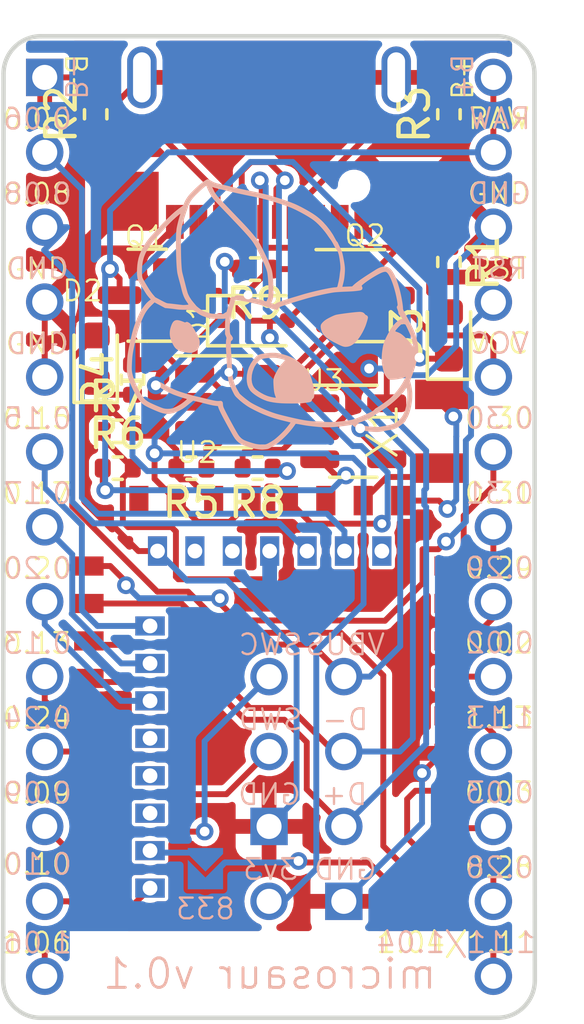
<source format=kicad_pcb>
(kicad_pcb (version 20221018) (generator pcbnew)
  (layers (0 "F.Cu" signal) (31 "B.Cu" signal) (34 "B.Paste" user) (35 "F.Paste" user) (36 "B.SilkS" user "B.Silkscreen") (37 "F.SilkS" user "F.Silkscreen") (38 "B.Mask" user) (39 "F.Mask" user) (44 "Edge.Cuts" user))
  (net 0 "")
  (net 1 "GND")
  (net 2 "RESET")
  (net 3 "/P0.02")
  (net 4 "/P0.29")
  (net 5 "/P0.30")
  (net 6 "/P0.31")
  (net 7 "/P0.10")
  (net 8 "/P0.09")
  (net 9 "VBUS")
  (net 10 "VBAT")
  (net 11 "DATA+")
  (net 12 "DATA-")
  (net 13 "/P1.13")
  (net 14 "/P1.11")
  (net 15 "/P0.20")
  (net 16 "/P0.13")
  (net 17 "/P0.15")
  (net 18 "/P0.17")
  (net 19 "/P0.22")
  (net 20 "/P0.24")
  (net 21 "WHITE_LED")
  (net 22 "/P0.03")
  (net 23 "/P0.28")
  (net 24 "/P0.00")
  (net 25 "/P0.01")
  (net 26 "/P1.06")
  (net 27 "/P1.04")
  (net 28 "SWC")
  (net 29 "SWD")
  (net 30 "POWER_PIN")
  (net 31 "/P0.26")
  (net 32 "DCCH")
  (net 33 "CC2")
  (net 34 "CC1")
  (net 35 "EXT_VCC")
  (net 36 "Net-(D1-K)")
  (net 37 "/P1.00")
  (net 38 "/P1.02")
  (net 39 "/P0.12")
  (net 40 "Net-(D2-K)")
  (net 41 "BATTERY_PIN")
  (net 42 "Net-(D3-K)")
  (net 45 "nRF_VDD")
  (net 46 "/P0.07")
  (net 47 "/P0.08")
  (net 48 "PROG")
  (net 49 "/P0.06")
  (net 50 "Net-(U3-PROG)")
  (net 51 "Net-(U3-STAT)")
  (footprint "nrfmicro:pro_micro" (layer "F.Cu") (at 27.7216 36.51)
    (fp_text reference "U4")
    (fp_text value "ProMicro" hide)
  )
  (footprint "nrfmicro:E73-2G4M08S1C-52840" (layer "F.Cu") (at 27.72 33.97 -90)
    (fp_text reference "U1" hide)
    (fp_text value "E73-2G4M08S1C" hide)
  )
  (footprint "Package_TO_SOT_SMD:SOT-23" (layer "F.Cu") (at 30.9956 27.4)
    (fp_text reference "Q2")
    (fp_text value "AO3407")
  )
  (footprint "Diode_SMD:D_SOD-323F" (layer "F.Cu") (at 27.2456 28.25)
    (fp_text reference "D1")
    (fp_text value "1N5819")
  )
  (footprint "Resistor_SMD:R_0402_1005Metric" (layer "F.Cu") (at 22.5825 33.25)
    (fp_text reference "R6")
    (fp_text value "820K")
  )
  (footprint "Resistor_SMD:R_0402_1005Metric" (layer "F.Cu") (at 22.5825 32)
    (fp_text reference "R7")
    (fp_text value "2M")
  )
  (footprint "Package_TO_SOT_SMD:SOT-23" (layer "F.Cu") (at 23.5825 27.3845 180)
    (fp_text reference "Q1")
    (fp_text value "AO3407" hide)
  )
  (footprint "Resistor_SMD:R_0402_1005Metric" (layer "F.Cu") (at 23.0825 30.25 90)
    (fp_text reference "R4")
    (fp_text value "1K")
  )
  (footprint "Resistor_SMD:R_0402_1005Metric" (layer "F.Cu") (at 21.8325 21.25 90)
    (fp_text reference "R2")
    (fp_text value "5.1K")
  )
  (footprint "Resistor_SMD:R_0402_1005Metric" (layer "F.Cu") (at 33.8325 21.25 90)
    (fp_text reference "R3")
    (fp_text value "5.1K")
  )
  (footprint "LED_SMD:LED_0603_1608Metric" (layer "F.Cu") (at 21.8325 29.5375 90)
    (fp_text reference "D2")
    (fp_text value "WHITE")
  )
  (footprint "Resistor_SMD:R_0402_1005Metric" (layer "F.Cu") (at 33.8325 26.26 -90)
    (fp_text reference "R1")
    (fp_text value "100K")
  )
  (footprint "Package_TO_SOT_SMD:SOT-23-5" (layer "F.Cu") (at 30.5825 32)
    (fp_text reference "U3")
    (fp_text value "TP4054")
  )
  (footprint "Resistor_SMD:R_0402_1005Metric" (layer "F.Cu") (at 25.0825 33.25 180)
    (fp_text reference "R5")
    (fp_text value "10K")
  )
  (footprint "Resistor_SMD:R_0402_1005Metric" (layer "F.Cu") (at 27.2456 26.5 180)
    (fp_text reference "R9")
    (fp_text value "2M")
  )
  (footprint "nrfmicro:connector_bat" (layer "F.Cu") (at 27.7216 20 180)
    (fp_text reference "J3")
    (fp_text value "Conn_01x02")
  )
  (footprint "nrfmicro:connector_swd" (layer "F.Cu") (at 27.7216 47.94 180)
    (fp_text reference "J2" hide)
    (fp_text value "Conn_01x04")
  )
  (footprint "Package_TO_SOT_SMD:SOT-23-5" (layer "F.Cu") (at 26.3325 31)
    (fp_text reference "U2")
    (fp_text value "XC6220B331MR")
  )
  (footprint "nrfmicro:connector_usb" (layer "F.Cu") (at 30.2616 47.94 180)
    (fp_text reference "J4" hide)
    (fp_text value "Conn_01x04")
  )
  (footprint "custom:Q13FC1350000400" (layer "F.Cu") (at 33.5825 32 90)
    (fp_text reference "X1")
    (fp_text value "32768kHz")
  )
  (footprint "Resistor_SMD:R_0402_1005Metric" (layer "F.Cu") (at 27.3325 33.25 180)
    (fp_text reference "R8")
    (fp_text value "1K")
  )
  (footprint "LED_SMD:LED_0603_1608Metric" (layer "F.Cu") (at 33.8325 28.75 90)
    (fp_text reference "D3")
    (fp_text value "RED")
  )
  (footprint "custom:GT-USB-7047B" (layer "F.Cu") (at 27.7216 20 180)
    (fp_text reference "J1" hide)
    (fp_text value "USB-C USB 2.0 MC-372" hide)
  )
  (footprint "nrfmicro:Jumper_SMD" (layer "B.Cu") (at 25.5605 46.6318 180)
    (fp_text reference "JP1")
    (fp_text value "SolderJumper_2_Open" hide)
  )
  (footprint "LOGO" (layer "B.Cu") (at 27.832533 28.25 180)
    (fp_text reference "G***" hide)
    (fp_text value "LOGO" hide)
  )
  (gr_line (start 36.737 19.873) (end 36.7497 50.6197) (stroke (width 0.15)) (layer "Edge.Cuts"))
  (gr_line (start 19.973 18.603) (end 35.467 18.603) (stroke (width 0.15)) (layer "Edge.Cuts"))
  (gr_line (start 18.6903 50.6197) (end 18.703 19.873) (stroke (width 0.15)) (layer "Edge.Cuts"))
  (gr_line (start 35.4797 51.8897) (end 19.9603 51.8897) (stroke (width 0.15)) (layer "Edge.Cuts"))
  (gr_arc (start 35.467 18.603) (mid 36.365026 18.974974) (end 36.737 19.873) (stroke (width 0.15)) (layer "Edge.Cuts"))
  (gr_arc (start 18.703 19.873) (mid 19.074974 18.974974) (end 19.973 18.603) (stroke (width 0.15)) (layer "Edge.Cuts"))
  (gr_arc (start 19.9603 51.8897) (mid 19.062274 51.517726) (end 18.6903 50.6197) (stroke (width 0.15)) (layer "Edge.Cuts"))
  (gr_arc (start 36.7497 50.6197) (mid 36.377726 51.517726) (end 35.4797 51.8897) (stroke (width 0.15)) (layer "Edge.Cuts"))
  (gr_text "microsaur v0.1" (at 27.74286 50.4) (layer "B.SilkS") (effects (font (size 1 1) (thickness 0.1)) (justify mirror)))
  (segment (start 31.0716 24.9) (end 31.7716 24.9) (width 0.2) (layer "F.Cu") (net 1))
  (segment (start 22.6616 20.74) (end 23.4016 20) (width 0.2) (layer "F.Cu") (net 1))
  (segment (start 21.5025 31.634817) (end 21.757317 31.38) (width 0.2) (layer "F.Cu") (net 1))
  (segment (start 33.588763 42.92) (end 32.918263 43.5905) (width 0.2) (layer "F.Cu") (net 1))
  (segment (start 25.7583 34.351) (end 25.84 34.351) (width 0.2) (layer "F.Cu") (net 1))
  (segment (start 24.3716 25.210933) (end 23.748033 25.8345) (width 0.2) (layer "F.Cu") (net 1))
  (segment (start 24.5725 33.49) (end 24.7135 33.631) (width 0.2) (layer "F.Cu") (net 1))
  (segment (start 23.933 36.062) (end 23.283552 36.062) (width 0.2) (layer "F.Cu") (net 1))
  (segment (start 23.748033 25.8345) (end 23.746104 25.8345) (width 0.2) (layer "F.Cu") (net 1))
  (segment (start 33.839 42.92) (end 33.588763 42.92) (width 0.2) (layer "F.Cu") (net 1))
  (segment (start 24.7135 33.631) (end 25.0383 33.631) (width 0.2) (layer "F.Cu") (net 1))
  (segment (start 21.757317 31.38) (end 22.4725 31.38) (width 0.2) (layer "F.Cu") (net 1))
  (segment (start 21.0925 20) (end 21.8325 20.74) (width 0.2) (layer "F.Cu") (net 1))
  (segment (start 29.445 32) (end 29.793896 32) (width 0.2) (layer "F.Cu") (net 1))
  (segment (start 23.283552 36.062) (end 21.5025 34.280948) (width 0.2) (layer "F.Cu") (net 1))
  (segment (start 24.5725 33.25) (end 24.5725 32.6264) (width 0.2) (layer "F.Cu") (net 1))
  (segment (start 22.303623 28.0125) (end 23.0825 28.791377) (width 0.2) (layer "F.Cu") (net 1))
  (segment (start 23.9461 32) (end 23.0925 32) (width 0.2) (layer "F.Cu") (net 1))
  (segment (start 29.793896 32) (end 30.582533 31.211363) (width 0.2) (layer "F.Cu") (net 1))
  (segment (start 23.082533 26) (end 22.982533 25.9) (width 0.2) (layer "F.Cu") (net 1))
  (segment (start 22.070971 25.9) (end 21.353205 26.617766) (width 0.2) (layer "F.Cu") (net 1))
  (segment (start 22.982533 25.9) (end 22.070971 25.9) (width 0.2) (layer "F.Cu") (net 1))
  (segment (start 23.580604 26) (end 23.082533 26) (width 0.2) (layer "F.Cu") (net 1))
  (segment (start 31.7716 24.9) (end 32.4716 24.2) (width 0.2) (layer "F.Cu") (net 1))
  (segment (start 23.0825 28.791377) (end 23.0825 29.74) (width 0.2) (layer "F.Cu") (net 1))
  (segment (start 25.0383 33.631) (end 25.7583 34.351) (width 0.2) (layer "F.Cu") (net 1))
  (segment (start 21.8325 20.74) (end 22.6616 20.74) (width 0.2) (layer "F.Cu") (net 1))
  (segment (start 21.5025 34.280948) (end 21.5025 31.634817) (width 0.2) (layer "F.Cu") (net 1))
  (segment (start 20.1016 30.16) (end 20.1016 27.62) (width 0.2) (layer "F.Cu") (net 1))
  (segment (start 21.353205 28.020672) (end 21.361377 28.0125) (width 0.2) (layer "F.Cu") (net 1))
  (segment (start 22.4725 31.38) (end 23.0925 32) (width 0.2) (layer "F.Cu") (net 1))
  (segment (start 20.1016 30.16) (end 20.1016 29.272277) (width 0.2) (layer "F.Cu") (net 1))
  (segment (start 30.582533 30.410945) (end 31.121 29.872478) (width 0.2) (layer "F.Cu") (net 1))
  (segment (start 23.746104 25.8345) (end 23.580604 26) (width 0.2) (layer "F.Cu") (net 1))
  (segment (start 30.582533 31.211363) (end 30.582533 30.410945) (width 0.2) (layer "F.Cu") (net 1))
  (segment (start 24.5725 33.25) (end 24.5725 33.49) (width 0.2) (layer "F.Cu") (net 1))
  (segment (start 24.5725 32.6264) (end 23.9461 32) (width 0.2) (layer "F.Cu") (net 1))
  (segment (start 21.361377 28.0125) (end 22.303623 28.0125) (width 0.2) (layer "F.Cu") (net 1))
  (segment (start 26.7356 26.5) (end 26.4673 26.5) (width 0.2) (layer "F.Cu") (net 1))
  (segment (start 20.1016 29.272277) (end 21.353205 28.020672) (width 0.2) (layer "F.Cu") (net 1))
  (segment (start 21.353205 26.617766) (end 21.353205 28.020672) (width 0.2) (layer "F.Cu") (net 1))
  (segment (start 26.4673 26.5) (end 26.2173 26.25) (width 0.2) (layer "F.Cu") (net 1))
  (segment (start 20.1016 20) (end 21.0925 20) (width 0.2) (layer "F.Cu") (net 1))
  (segment (start 24.3716 24.9) (end 24.3716 25.210933) (width 0.2) (layer "F.Cu") (net 1))
  (via (at 31.121 29.872478) (size 0.6) (drill 0.33) (layers "F.Cu" "B.Cu") (net 1))
  (via (at 23.874982 30.441817) (size 0.6) (drill 0.33) (layers "F.Cu" "B.Cu") (net 1))
  (via (at 26.2173 26.25) (size 0.6) (drill 0.33) (layers "F.Cu" "B.Cu") (net 1))
  (via (at 32.918263 43.5905) (size 0.6) (drill 0.33) (layers "F.Cu" "B.Cu") (net 1))
  (segment (start 31.839048 30.1) (end 33.081062 30.1) (width 0.2) (layer "B.Cu") (net 1))
  (segment (start 34.0796 29.101462) (end 34.0796 26.342) (width 0.2) (layer "B.Cu") (net 1))
  (segment (start 28.6566 44.465) (end 27.7216 45.4) (width 0.2) (layer "B.Cu") (net 1))
  (segment (start 23.933 36.062) (end 24.933 37.062) (width 0.2) (layer "B.Cu") (net 1))
  (segment (start 32.918263 43.5905) (end 32.918263 45.283337) (width 0.2) (layer "B.Cu") (net 1))
  (segment (start 31.121 29.872478) (end 31.611526 29.872478) (width 0.2) (layer "B.Cu") (net 1))
  (segment (start 26.2173 26.25) (end 26.2173 28.099499) (width 0.2) (layer "B.Cu") (net 1))
  (segment (start 28.6566 39.420071) (end 28.6566 44.465) (width 0.2) (layer "B.Cu") (net 1))
  (segment (start 26.2173 28.099499) (end 23.874982 30.441817) (width 0.2) (layer "B.Cu") (net 1))
  (segment (start 31.611526 29.872478) (end 31.839048 30.1) (width 0.2) (layer "B.Cu") (net 1))
  (segment (start 24.933 37.062) (end 26.298529 37.062) (width 0.2) (layer "B.Cu") (net 1))
  (segment (start 33.081062 30.1) (end 34.0796 29.101462) (width 0.2) (layer "B.Cu") (net 1))
  (segment (start 26.298529 37.062) (end 28.6566 39.420071) (width 0.2) (layer "B.Cu") (net 1))
  (segment (start 34.0796 26.342) (end 35.3416 25.08) (width 0.2) (layer "B.Cu") (net 1))
  (segment (start 32.918263 45.283337) (end 30.2616 47.94) (width 0.2) (layer "B.Cu") (net 1))
  (segment (start 31.6607 38.4248) (end 30.2869 38.4248) (width 0.2) (layer "F.Cu") (net 2))
  (segment (start 26.6345 38.4148) (end 26.05 37.8302) (width 0.2) (layer "F.Cu") (net 2))
  (segment (start 32.9365 37.1489) (end 31.6607 38.4248) (width 0.2) (layer "F.Cu") (net 2))
  (segment (start 32.9365 36) (end 32.9365 37.1489) (width 0.2) (layer "F.Cu") (net 2))
  (segment (start 22.8605 37.1029) (end 22.8605 37.2211) (width 0.2) (layer "F.Cu") (net 2))
  (segment (start 26.05 37.8302) (end 26.05 37.662) (width 0.2) (layer "F.Cu") (net 2))
  (segment (start 33.4724 36) (end 32.9365 36) (width 0.2) (layer "F.Cu") (net 2))
  (segment (start 22.3276 36.57) (end 22.8605 37.1029) (width 0.2) (layer "F.Cu") (net 2))
  (segment (start 33.733 35.7393) (end 33.4724 36) (width 0.2) (layer "F.Cu") (net 2))
  (segment (start 30.2769 38.4148) (end 26.6345 38.4148) (width 0.2) (layer "F.Cu") (net 2))
  (segment (start 30.2869 38.4248) (end 30.2769 38.4148) (width 0.2) (layer "F.Cu") (net 2))
  (segment (start 21.601 36.57) (end 22.3276 36.57) (width 0.2) (layer "F.Cu") (net 2))
  (via (at 26.05 37.662) (size 0.6) (drill 0.33) (layers "F.Cu" "B.Cu") (net 2))
  (via (at 33.733 35.7393) (size 0.6) (drill 0.33) (layers "F.Cu" "B.Cu") (net 2))
  (via (at 22.8605 37.2211) (size 0.6) (drill 0.33) (layers "F.Cu" "B.Cu") (net 2))
  (segment (start 34.4066 35.0658) (end 34.4066 32.3127) (width 0.2) (layer "B.Cu") (net 2))
  (segment (start 26.05 37.662) (end 23.3015 37.662) (width 0.2) (layer "B.Cu") (net 2))
  (segment (start 34.5825 30.7232) (end 34.4066 30.5473) (width 0.2) (layer "B.Cu") (net 2))
  (segment (start 23.3015 37.662) (end 22.8605 37.2211) (width 0.2) (layer "B.Cu") (net 2))
  (segment (start 34.4066 30.5473) (end 34.4066 28.555) (width 0.2) (layer "B.Cu") (net 2))
  (segment (start 34.4066 28.555) (end 35.3416 27.62) (width 0.2) (layer "B.Cu") (net 2))
  (segment (start 33.733 35.7393) (end 34.4066 35.0658) (width 0.2) (layer "B.Cu") (net 2))
  (segment (start 34.4066 32.3127) (end 34.5825 32.1368) (width 0.2) (layer "B.Cu") (net 2))
  (segment (start 34.5825 32.1368) (end 34.5825 30.7232) (width 0.2) (layer "B.Cu") (net 2))
  (segment (start 33.899 40.32) (end 33.839 40.38) (width 0.2) (layer "F.Cu") (net 3))
  (segment (start 35.3416 40.32) (end 33.899 40.32) (width 0.2) (layer "F.Cu") (net 3))
  (segment (start 35.3416 38.3237) (end 35.3416 37.78) (width 0.2) (layer "F.Cu") (net 4))
  (segment (start 33.839 39.11) (end 34.5553 39.11) (width 0.2) (layer "F.Cu") (net 4))
  (segment (start 34.5553 39.11) (end 35.3416 38.3237) (width 0.2) (layer "F.Cu") (net 4))
  (segment (start 35.3416 33.8562) (end 35.3416 32.7) (width 0.2) (layer "F.Cu") (net 5))
  (segment (start 33.839 36.57) (end 34.3325 36.0765) (width 0.2) (layer "F.Cu") (net 5))
  (segment (start 34.3325 36.0765) (end 34.3325 34.8653) (width 0.2) (layer "F.Cu") (net 5))
  (segment (start 34.3325 34.8653) (end 35.3416 33.8562) (width 0.2) (layer "F.Cu") (net 5))
  (segment (start 33.839 37.84) (end 33.934 37.84) (width 0.2) (layer "F.Cu") (net 6))
  (segment (start 35.3416 36.4324) (end 35.3416 35.24) (width 0.2) (layer "F.Cu") (net 6))
  (segment (start 33.934 37.84) (end 35.3416 36.4324) (width 0.2) (layer "F.Cu") (net 6))
  (segment (start 21.601 48) (end 21 48) (width 0.2) (layer "F.Cu") (net 7))
  (segment (start 21 48) (end 20.94 47.94) (width 0.2) (layer "F.Cu") (net 7))
  (segment (start 20.94 47.94) (end 20.1016 47.94) (width 0.2) (layer "F.Cu") (net 7))
  (segment (start 21.4316 46.73) (end 21.601 46.73) (width 0.2) (layer "F.Cu") (net 8))
  (segment (start 20.1016 45.4) (end 21.4316 46.73) (width 0.2) (layer "F.Cu") (net 8))
  (segment (start 27.035271 28.25) (end 26.021971 27.2367) (width 0.2) (layer "F.Cu") (net 9))
  (segment (start 30.832 27.05) (end 32.107 25.775) (width 0.2) (layer "F.Cu") (net 9))
  (segment (start 26.021971 27.2367) (end 25.6178 27.2367) (width 0.2) (layer "F.Cu") (net 9))
  (segment (start 30.2616 40.32) (end 29.1744 39.2328) (width 0.2) (layer "F.Cu") (net 9))
  (segment (start 32.8722 25.775) (end 32.107 25.775) (width 0.2) (layer "F.Cu") (net 9))
  (segment (start 25.4716 25.4561) (end 25.4716 24.9) (width 0.2) (layer "F.Cu") (net 9))
  (segment (start 25.4716 26.0122) (end 25.4716 25.4561) (width 0.2) (layer "F.Cu") (net 9))
  (segment (start 33.1599 27.2899) (end 33.8325 27.9625) (width 0.2) (layer "F.Cu") (net 9))
  (segment (start 25.6178 27.2148) (end 25.6178 26.1583) (width 0.2) (layer "F.Cu") (net 9))
  (segment (start 28.3456 28.25) (end 29.5456 27.05) (width 0.2) (layer "F.Cu") (net 9))
  (segment (start 24.7498 37.84) (end 21.601 37.84) (width 0.2) (layer "F.Cu") (net 9))
  (segment (start 24.52 28.3345) (end 24.52 28.3125) (width 0.2) (layer "F.Cu") (net 9))
  (segment (start 33.1599 26.0627) (end 33.1599 27.2899) (width 0.2) (layer "F.Cu") (net 9))
  (segment (start 30.2716 25.3125) (end 30.2716 24.9) (width 0.2) (layer "F.Cu") (net 9))
  (segment (start 25.4716 25.4561) (end 25.1716 25.1561) (width 0.2) (layer "F.Cu") (net 9))
  (segment (start 27.7495 28.833) (end 27.7495 28.25) (width 0.2) (layer "F.Cu") (net 9))
  (segment (start 32.107 25.775) (end 30.3216 25.775) (width 0.2) (layer "F.Cu") (net 9))
  (segment (start 29.9716 25.0125) (end 29.9716 24.9) (width 0.2) (layer "F.Cu") (net 9))
  (segment (start 25.1716 25.1561) (end 25.1716 24.9) (width 0.2) (layer "F.Cu") (net 9))
  (segment (start 27.7495 28.25) (end 28.3456 28.25) (width 0.2) (layer "F.Cu") (net 9))
  (segment (start 33.8075 25.775) (end 32.8722 25.775) (width 0.2) (layer "F.Cu") (net 9))
  (segment (start 24.52 28.3125) (end 25.6178 27.2148) (width 0.2) (layer "F.Cu") (net 9))
  (segment (start 32.8722 25.775) (end 33.1599 26.0627) (width 0.2) (layer "F.Cu") (net 9))
  (segment (start 30.817422 32.047422) (end 31.72 32.95) (width 0.2) (layer "F.Cu") (net 9))
  (segment (start 25.6178 27.2367) (end 24.52 28.3345) (width 0.2) (layer "F.Cu") (net 9))
  (segment (start 30.3216 25.775) (end 30.2716 25.725) (width 0.2) (layer "F.Cu") (net 9))
  (segment (start 29.5456 27.05) (end 30.832 27.05) (width 0.2) (layer "F.Cu") (net 9))
  (segment (start 30.2716 25.725) (end 30.2716 25.3125) (width 0.2) (layer "F.Cu") (net 9))
  (segment (start 30.2716 25.3125) (end 29.9716 25.0125) (width 0.2) (layer "F.Cu") (net 9))
  (segment (start 28.3456 28.25) (end 27.035271 28.25) (width 0.2) (layer "F.Cu") (net 9))
  (segment (start 33.8325 25.75) (end 33.8075 25.775) (width 0.2) (layer "F.Cu") (net 9))
  (segment (start 25.6178 26.1583) (end 25.4716 26.0122) (width 0.2) (layer "F.Cu") (net 9))
  (segment (start 30.817422 31.900945) (end 30.817422 32.047422) (width 0.2) (layer "F.Cu") (net 9))
  (segment (start 29.1744 39.2328) (end 26.1425 39.2328) (width 0.2) (layer "F.Cu") (net 9))
  (segment (start 26.1425 39.2328) (end 24.7498 37.84) (width 0.2) (layer "F.Cu") (net 9))
  (via (at 30.817422 31.900945) (size 0.6) (drill 0.33) (layers "F.Cu" "B.Cu") (net 9))
  (via (at 27.7495 28.833) (size 0.6) (drill 0.3) (layers "F.Cu" "B.Cu") (net 9))
  (segment (start 31.1453 40.32) (end 30.2616 40.32) (width 0.2) (layer "B.Cu") (net 9))
  (segment (start 30.817422 31.900922) (end 27.7495 28.833) (width 0.2) (layer "B.Cu") (net 9))
  (segment (start 32.178 33.261523) (end 32.178 39.2873) (width 0.2) (layer "B.Cu") (net 9))
  (segment (start 30.817422 31.900945) (end 30.817422 31.900922) (width 0.2) (layer "B.Cu") (net 9))
  (segment (start 32.178 39.2873) (end 31.1453 40.32) (width 0.2) (layer "B.Cu") (net 9))
  (segment (start 30.817422 31.900945) (end 32.178 33.261523) (width 0.2) (layer "B.Cu") (net 9))
  (segment (start 22.645 26.8255) (end 22.3195 26.5) (width 0.2) (layer "F.Cu") (net 10))
  (segment (start 30.3325 33.5) (end 29.995 33.5) (width 0.2) (layer "F.Cu") (net 10))
  (segment (start 35.3416 22.54) (end 35.3416 20) (width 0.2) (layer "F.Cu") (net 10))
  (segment (start 29.995 33.5) (end 29.445 32.95) (width 0.2) (layer "F.Cu") (net 10))
  (segment (start 22.645 27.3845) (end 22.645 26.8255) (width 0.2) (layer "F.Cu") (net 10))
  (segment (start 22.0725 33.25) (end 22.0725 33.917) (width 0.2) (layer "F.Cu") (net 10))
  (segment (start 22.0725 33.917) (end 22.1555 34) (width 0.2) (layer "F.Cu") (net 10))
  (via (at 30.3325 33.5) (size 0.6) (drill 0.33) (layers "F.Cu" "B.Cu") (net 10))
  (via (at 22.3195 26.5) (size 0.6) (drill 0.33) (layers "F.Cu" "B.Cu") (net 10))
  (via (at 22.1555 34) (size 0.6) (drill 0.33) (layers "F.Cu" "B.Cu") (net 10))
  (segment (start 22.1555 34) (end 22.1555 26.664) (width 0.2) (layer "B.Cu") (net 10))
  (segment (start 22.1555 26.664) (end 22.3195 26.5) (width 0.2) (layer "B.Cu") (net 10))
  (segment (start 22.3195 26.5) (end 22.3195 24.513) (width 0.2) (layer "B.Cu") (net 10))
  (segment (start 29.8325 34) (end 22.1555 34) (width 0.2) (layer "B.Cu") (net 10))
  (segment (start 30.3325 33.5) (end 29.8325 34) (width 0.2) (layer "B.Cu") (net 10))
  (segment (start 24.2925 22.54) (end 35.3416 22.54) (width 0.2) (layer "B.Cu") (net 10))
  (segment (start 22.3195 24.513) (end 24.2925 22.54) (width 0.2) (layer "B.Cu") (net 10))
  (segment (start 28.2575 23.4094) (end 27.7197 22.8716) (width 0.2) (layer "F.Cu") (net 11))
  (segment (start 28.2425 41.7828) (end 29.0025 42.5428) (width 0.2) (layer "F.Cu") (net 11))
  (segment (start 29.0025 42.5428) (end 29.0025 44.1409) (width 0.2) (layer "F.Cu") (net 11))
  (segment (start 25.6275 40.5028) (end 26.9075 41.7828) (width 0.2) (layer "F.Cu") (net 11))
  (segment (start 21.601 40.38) (end 21.7238 40.5028) (width 0.2) (layer "F.Cu") (net 11))
  (segment (start 27.7197 22.8716) (end 27.1103 22.8716) (width 0.2) (layer "F.Cu") (net 11))
  (segment (start 27.9716 23.7774) (end 27.9716 24.9) (width 0.2) (layer "F.Cu") (net 11))
  (segment (start 28.2575 23.4915) (end 28.2575 23.4094) (width 0.2) (layer "F.Cu") (net 11))
  (segment (start 27.1103 22.8716) (end 26.7932 23.1887) (width 0.2) (layer "F.Cu") (net 11))
  (segment (start 29.0025 44.1409) (end 30.2616 45.4) (width 0.2) (layer "F.Cu") (net 11))
  (segment (start 26.7932 23.7982) (end 26.9716 23.9766) (width 0.2) (layer "F.Cu") (net 11))
  (segment (start 21.7238 40.5028) (end 25.6275 40.5028) (width 0.2) (layer "F.Cu") (net 11))
  (segment (start 26.9075 41.7828) (end 28.2425 41.7828) (width 0.2) (layer "F.Cu") (net 11))
  (segment (start 26.7932 23.1887) (end 26.7932 23.7982) (width 0.2) (layer "F.Cu") (net 11))
  (segment (start 28.2575 23.4915) (end 27.9716 23.7774) (width 0.2) (layer "F.Cu") (net 11))
  (segment (start 26.9716 23.9766) (end 26.9716 24.9) (width 0.2) (layer "F.Cu") (net 11))
  (via (at 28.2575 23.4915) (size 0.6) (drill 0.33) (layers "F.Cu" "B.Cu") (net 11))
  (segment (start 28.0575 23.6915) (end 28.2575 23.4915) (width 0.2) (layer "B.Cu") (net 11))
  (segment (start 33.0575 33.9371) (end 33.0575 32.6568) (width 0.2) (layer "B.Cu") (net 11))
  (segment (start 33.0575 34.5619) (end 32.9937 34.498) (width 0.2) (layer "B.Cu") (net 11))
  (segment (start 33.0575 32.6568) (end 28.0575 27.6568) (width 0.2) (layer "B.Cu") (net 11))
  (segment (start 28.0575 27.6568) (end 28.0575 23.6915) (width 0.2) (layer "B.Cu") (net 11))
  (segment (start 33.0575 42.6041) (end 33.0575 34.5619) (width 0.2) (layer "B.Cu") (net 11))
  (segment (start 30.2616 45.4) (end 33.0575 42.6041) (width 0.2) (layer "B.Cu") (net 11))
  (segment (start 32.9937 34.001) (end 33.0575 33.9371) (width 0.2) (layer "B.Cu") (net 11))
  (segment (start 32.9937 34.498) (end 32.9937 34.001) (width 0.2) (layer "B.Cu") (net 11))
  (segment (start 29.9198 42.86) (end 28.443 41.3833) (width 0.2) (layer "F.Cu") (net 12))
  (segment (start 28.443 41.3833) (end 27.073 41.3833) (width 0.2) (layer "F.Cu") (net 12))
  (segment (start 27.4075 23.4915) (end 27.4716 23.5556) (width 0.2) (layer "F.Cu") (net 12))
  (segment (start 27.073 41.3833) (end 24.9325 39.2428) (width 0.2) (layer "F.Cu") (net 12))
  (segment (start 30.2616 42.86) (end 29.9198 42.86) (width 0.2) (layer "F.Cu") (net 12))
  (segment (start 27.4716 25.7769) (end 28.4716 25.7769) (width 0.2) (layer "F.Cu") (net 12))
  (segment (start 27.4716 23.5556) (end 27.4716 24.9) (width 0.2) (layer "F.Cu") (net 12))
  (segment (start 28.4716 25.7769) (end 28.4716 24.9) (width 0.2) (layer "F.Cu") (net 12))
  (segment (start 21.7338 39.2428) (end 21.601 39.11) (width 0.2) (layer "F.Cu") (net 12))
  (segment (start 27.4716 24.9) (end 27.4716 25.7769) (width 0.2) (layer "F.Cu") (net 12))
  (segment (start 24.9325 39.2428) (end 21.7338 39.2428) (width 0.2) (layer "F.Cu") (net 12))
  (via (at 27.4075 23.4915) (size 0.6) (drill 0.33) (layers "F.Cu" "B.Cu") (net 12))
  (segment (start 32.6075 42.4177) (end 32.6075 32.8432) (width 0.2) (layer "B.Cu") (net 12))
  (segment (start 27.6075 23.6915) (end 27.4075 23.4915) (width 0.2) (layer "B.Cu") (net 12))
  (segment (start 32.6075 32.8432) (end 27.6075 27.8432) (width 0.2) (layer "B.Cu") (net 12))
  (segment (start 32.1652 42.86) (end 32.6075 42.4177) (width 0.2) (layer "B.Cu") (net 12))
  (segment (start 27.6075 27.8432) (end 27.6075 23.6915) (width 0.2) (layer "B.Cu") (net 12))
  (segment (start 30.2616 42.86) (end 32.1652 42.86) (width 0.2) (layer "B.Cu") (net 12))
  (segment (start 34.7398 41.65) (end 33.839 41.65) (width 0.2) (layer "F.Cu") (net 13))
  (segment (start 35.3416 42.86) (end 35.3416 42.2518) (width 0.2) (layer "F.Cu") (net 13))
  (segment (start 35.3416 42.2518) (end 34.7398 41.65) (width 0.2) (layer "F.Cu") (net 13))
  (segment (start 33.839 48) (end 34.014 48) (width 0.2) (layer "F.Cu") (net 14))
  (segment (start 34.014 48) (end 35.3416 49.3276) (width 0.2) (layer "F.Cu") (net 14))
  (segment (start 28.7225 46.5728) (end 28.7725 46.6228) (width 0.2) (layer "F.Cu") (net 14))
  (segment (start 32.4788 48) (end 33.839 48) (width 0.2) (layer "F.Cu") (net 14))
  (segment (start 31.1015 46.6228) (end 32.4788 48) (width 0.2) (layer "F.Cu") (net 14))
  (segment (start 28.7725 46.6228) (end 31.1015 46.6228) (width 0.2) (layer "F.Cu") (net 14))
  (segment (start 35.3416 49.3276) (end 35.3416 50.48) (width 0.2) (layer "F.Cu") (net 14))
  (via (at 28.7225 46.5728) (size 0.6) (drill 0.33) (layers "F.Cu" "B.Cu") (net 14))
  (segment (start 25.5605 47.2903) (end 26.2281 46.6228) (width 0.2) (layer "B.Cu") (net 14))
  (segment (start 26.2281 46.6228) (end 28.6725 46.6228) (width 0.2) (layer "B.Cu") (net 14))
  (segment (start 25.5605 47.4318) (end 25.5605 47.2903) (width 0.2) (layer "B.Cu") (net 14))
  (segment (start 28.6725 46.6228) (end 28.7225 46.5728) (width 0.2) (layer "B.Cu") (net 14))
  (segment (start 23.679 41.142) (end 22.6918 41.142) (width 0.2) (layer "B.Cu") (net 15))
  (segment (start 22.6918 41.142) (end 20.1016 38.5518) (width 0.2) (layer "B.Cu") (net 15))
  (segment (start 20.1016 38.5518) (end 20.1016 37.78) (width 0.2) (layer "B.Cu") (net 15))
  (segment (start 20.1016 41.1318) (end 20.6198 41.65) (width 0.2) (layer "F.Cu") (net 16))
  (segment (start 20.1016 40.32) (end 20.1016 41.1318) (width 0.2) (layer "F.Cu") (net 16))
  (segment (start 20.6198 41.65) (end 21.601 41.65) (width 0.2) (layer "F.Cu") (net 16))
  (segment (start 21.3636 35.1797) (end 21.3636 38.0714) (width 0.2) (layer "B.Cu") (net 17))
  (segment (start 21.3636 38.0714) (end 21.8942 38.602) (width 0.2) (layer "B.Cu") (net 17))
  (segment (start 20.1016 32.7) (end 20.1016 33.9177) (width 0.2) (layer "B.Cu") (net 17))
  (segment (start 20.1016 33.9177) (end 21.3636 35.1797) (width 0.2) (layer "B.Cu") (net 17))
  (segment (start 21.8942 38.602) (end 23.679 38.602) (width 0.2) (layer "B.Cu") (net 17))
  (segment (start 23.679 39.872) (end 22.7018 39.872) (width 0.2) (layer "B.Cu") (net 18))
  (segment (start 21.0168 38.1871) (end 21.0366 38.1673) (width 0.2) (layer "B.Cu") (net 18))
  (segment (start 21.0366 36.175) (end 20.1016 35.24) (width 0.2) (layer "B.Cu") (net 18))
  (segment (start 22.7018 39.872) (end 21.0168 38.1871) (width 0.2) (layer "B.Cu") (net 18))
  (segment (start 21.0366 38.1673) (end 21.0366 36.175) (width 0.2) (layer "B.Cu") (net 18))
  (segment (start 20.1016 42.86) (end 21.541 42.86) (width 0.2) (layer "F.Cu") (net 20))
  (segment (start 21.541 42.86) (end 21.601 42.92) (width 0.2) (layer "F.Cu") (net 20))
  (segment (start 33.839 46.73) (end 32.2698 46.73) (width 0.2) (layer "F.Cu") (net 21))
  (segment (start 31.6025 40.2771) (end 30.1587 38.8333) (width 0.2) (layer "F.Cu") (net 21))
  (segment (start 23.928 37.44) (end 21.0366 34.5486) (width 0.2) (layer "F.Cu") (net 21))
  (segment (start 30.1587 38.8333) (end 26.3672 38.8333) (width 0.2) (layer "F.Cu") (net 21))
  (segment (start 31.6025 46.0628) (end 31.6025 40.2771) (width 0.2) (layer "F.Cu") (net 21))
  (segment (start 26.3672 38.8333) (end 24.9739 37.44) (width 0.2) (layer "F.Cu") (net 21))
  (segment (start 21.0366 29.5459) (end 21.8325 28.75) (width 0.2) (layer "F.Cu") (net 21))
  (segment (start 32.2698 46.73) (end 31.6025 46.0628) (width 0.2) (layer "F.Cu") (net 21))
  (segment (start 21.0366 34.5486) (end 21.0366 29.5459) (width 0.2) (layer "F.Cu") (net 21))
  (segment (start 24.9739 37.44) (end 23.928 37.44) (width 0.2) (layer "F.Cu") (net 21))
  (segment (start 35.2816 45.46) (end 33.839 45.46) (width 0.2) (layer "F.Cu") (net 22))
  (segment (start 35.3416 45.4) (end 35.2816 45.46) (width 0.2) (layer "F.Cu") (net 22))
  (segment (start 35.3416 46.8676) (end 34.579 46.105) (width 0.2) (layer "F.Cu") (net 23))
  (segment (start 35.3416 47.94) (end 35.3416 46.8676) (width 0.2) (layer "F.Cu") (net 23))
  (segment (start 34.579 46.105) (end 32.7348 46.105) (width 0.2) (layer "F.Cu") (net 23))
  (segment (start 32.4125 45.7828) (end 32.4125 44.4728) (width 0.2) (layer "F.Cu") (net 23))
  (segment (start 32.6953 44.19) (end 33.839 44.19) (width 0.2) (layer "F.Cu") (net 23))
  (segment (start 32.7348 46.105) (end 32.4125 45.7828) (width 0.2) (layer "F.Cu") (net 23))
  (segment (start 32.4125 44.4728) (end 32.6953 44.19) (width 0.2) (layer "F.Cu") (net 23))
  (segment (start 33.983 31.5) (end 33.5825 31.0995) (width 0.2) (layer "F.Cu") (net 24))
  (segment (start 33.5825 31.0995) (end 33.5825 30.75) (width 0.2) (layer "F.Cu") (net 24))
  (segment (start 33.7793 34.6344) (end 33.4959 34.351) (width 0.2) (layer "F.Cu") (net 24))
  (segment (start 33.4959 34.351) (end 32.19 34.351) (width 0.2) (layer "F.Cu") (net 24))
  (via (at 33.7793 34.6344) (size 0.6) (drill 0.33) (layers "F.Cu" "B.Cu") (net 24))
  (via (at 33.983 31.5) (size 0.6) (drill 0.33) (layers "F.Cu" "B.Cu") (net 24))
  (segment (start 34.0796 32.1773) (end 34.0825 32.1743) (width 0.2) (layer "B.Cu") (net 24))
  (segment (start 34.0825 32.1743) (end 34.0825 31.5995) (width 0.2) (layer "B.Cu") (net 24))
  (segment (start 33.7793 34.6344) (end 34.0796 34.3341) (width 0.2) (layer "B.Cu") (net 24))
  (segment (start 34.0825 31.5995) (end 33.983 31.5) (width 0.2) (layer "B.Cu") (net 24))
  (segment (start 34.0796 34.3341) (end 34.0796 32.1773) (width 0.2) (layer "B.Cu") (net 24))
  (segment (start 31.721 33.55) (end 33.2825 33.55) (width 0.2) (layer "F.Cu") (net 25))
  (segment (start 33.2825 33.55) (end 33.5825 33.25) (width 0.2) (layer "F.Cu") (net 25))
  (segment (start 30.92 34.351) (end 31.721 33.55) (width 0.2) (layer "F.Cu") (net 25))
  (segment (start 20.1016 49.3741) (end 20.7729 48.7028) (width 0.2) (layer "F.Cu") (net 26))
  (segment (start 20.1016 50.48) (end 20.1016 49.3741) (width 0.2) (layer "F.Cu") (net 26))
  (segment (start 20.7729 48.7028) (end 22.4682 48.7028) (width 0.2) (layer "F.Cu") (net 26))
  (segment (start 22.4682 48.7028) (end 23.679 47.492) (width 0.2) (layer "F.Cu") (net 26))
  (segment (start 25.4225 46.2888) (end 23.7458 46.2888) (width 0.2) (layer "B.Cu") (net 27))
  (segment (start 23.7458 46.2888) (end 23.679 46.222) (width 0.2) (layer "B.Cu") (net 27))
  (segment (start 21.718 45.577) (end 21.601 45.46) (width 0.2) (layer "F.Cu") (net 28))
  (segment (start 25.5325 45.5728) (end 25.5283 45.577) (width 0.2) (layer "F.Cu") (net 28))
  (segment (start 25.5283 45.577) (end 21.718 45.577) (width 0.2) (layer "F.Cu") (net 28))
  (via (at 25.5325 45.5728) (size 0.6) (drill 0.33) (layers "F.Cu" "B.Cu") (net 28))
  (segment (start 25.5325 42.5091) (end 27.7216 40.32) (width 0.2) (layer "B.Cu") (net 28))
  (segment (start 25.5325 45.5728) (end 25.5325 42.5091) (width 0.2) (layer "B.Cu") (net 28))
  (segment (start 26.2746 44.307) (end 27.7216 42.86) (width 0.2) (layer "F.Cu") (net 29))
  (segment (start 21.601 44.19) (end 21.718 44.307) (width 0.2) (layer "F.Cu") (net 29))
  (segment (start 21.718 44.307) (end 26.2746 44.307) (width 0.2) (layer "F.Cu") (net 29))
  (segment (start 28.38 34.351) (end 29.1623 35.1333) (width 0.2) (layer "F.Cu") (net 30))
  (segment (start 27.7556 26.5) (end 30.0081 26.5) (width 0.2) (layer "F.Cu") (net 30))
  (segment (start 27.008 27.2475) (end 27.7556 26.5) (width 0.2) (layer "F.Cu") (net 30))
  (segment (start 27.008 27.3742) (end 27.008 27.2475) (width 0.2) (layer "F.Cu") (net 30))
  (segment (start 29.1623 35.1333) (end 31.5553 35.1333) (width 0.2) (layer "F.Cu") (net 30))
  (segment (start 30.0081 26.5) (end 30.0581 26.45) (width 0.2) (layer "F.Cu") (net 30))
  (via (at 31.5553 35.1333) (size 0.6) (drill 0.3) (layers "F.Cu" "B.Cu") (net 30))
  (via (at 27.008 27.3742) (size 0.6) (drill 0.3) (layers "F.Cu" "B.Cu") (net 30))
  (segment (start 31.5825 35.1333) (end 31.7495 34.9664) (width 0.2) (layer "B.Cu") (net 30))
  (segment (start 31.7495 34.9664) (end 31.7495 33.3987) (width 0.2) (layer "B.Cu") (net 30))
  (segment (start 30.8508 32.5) (end 30.568 32.5) (width 0.2) (layer "B.Cu") (net 30))
  (segment (start 31.5553 35.1333) (end 31.5825 35.1333) (width 0.2) (layer "B.Cu") (net 30))
  (segment (start 31.7495 33.3987) (end 30.8508 32.5) (width 0.2) (layer "B.Cu") (net 30))
  (segment (start 27.008 28.9401) (end 27.008 27.3742) (width 0.2) (layer "B.Cu") (net 30))
  (segment (start 30.568 32.5) (end 27.008 28.9401) (width 0.2) (layer "B.Cu") (net 30))
  (segment (start 23.8365 21.76) (end 21.8325 21.76) (width 0.2) (layer "F.Cu") (net 33))
  (segment (start 25.9716 23.8951) (end 23.8365 21.76) (width 0.2) (layer "F.Cu") (net 33))
  (segment (start 25.9716 24.9) (end 25.9716 23.8951) (width 0.2) (layer "F.Cu") (net 33))
  (segment (start 31.2866 21.76) (end 28.9716 24.075) (width 0.2) (layer "F.Cu") (net 34))
  (segment (start 28.9716 24.075) (end 28.9716 24.9) (width 0.2) (layer "F.Cu") (net 34))
  (segment (start 33.8325 21.76) (end 31.2866 21.76) (width 0.2) (layer "F.Cu") (net 34))
  (segment (start 35.3416 29.0166) (end 35.075 28.75) (width 0.2) (layer "F.Cu") (net 35))
  (segment (start 35.075 28.75) (end 33.2831 28.75) (width 0.2) (layer "F.Cu") (net 35))
  (segment (start 35.3416 30.16) (end 35.3416 29.0166) (width 0.2) (layer "F.Cu") (net 35))
  (segment (start 33.2831 28.75) (end 31.9331 27.4) (width 0.2) (layer "F.Cu") (net 35))
  (segment (start 23.4825 28.6709) (end 24.8616 30.05) (width 0.2) (layer "F.Cu") (net 36))
  (segment (start 26.1575 31.3364) (end 25.5439 31.95) (width 0.2) (layer "F.Cu") (net 36))
  (segment (start 24.8616 30.05) (end 25.195 30.05) (width 0.2) (layer "F.Cu") (net 36))
  (segment (start 25.9784 28.25) (end 25.195 29.0334) (width 0.2) (layer "F.Cu") (net 36))
  (segment (start 25.195 30.05) (end 25.5439 30.05) (width 0.2) (layer "F.Cu") (net 36))
  (segment (start 25.5439 31.95) (end 25.195 31.95) (width 0.2) (layer "F.Cu") (net 36))
  (segment (start 24.52 26.8834) (end 23.4825 27.9209) (width 0.2) (layer "F.Cu") (net 36))
  (segment (start 26.1575 30.6636) (end 26.1575 31.3364) (width 0.2) (layer "F.Cu") (net 36))
  (segment (start 25.195 29.0334) (end 25.195 30.05) (width 0.2) (layer "F.Cu") (net 36))
  (segment (start 24.52 26.4345) (end 24.52 26.8834) (width 0.2) (layer "F.Cu") (net 36))
  (segment (start 23.4825 27.9209) (end 23.4825 28.6709) (width 0.2) (layer "F.Cu") (net 36))
  (segment (start 25.5439 30.05) (end 26.1575 30.6636) (width 0.2) (layer "F.Cu") (net 36))
  (segment (start 26.1456 28.25) (end 25.9784 28.25) (width 0.2) (layer "F.Cu") (net 36))
  (segment (start 22.2675 30.76) (end 21.8325 30.325) (width 0.2) (layer "F.Cu") (net 40))
  (segment (start 23.0825 30.76) (end 22.2675 30.76) (width 0.2) (layer "F.Cu") (net 40))
  (segment (start 22.755 35.071) (end 22.755 33.5875) (width 0.2) (layer "F.Cu") (net 41))
  (segment (start 27.743 36.062) (end 27.743 36.9423) (width 0.2) (layer "F.Cu") (net 41))
  (segment (start 24.558 36.9382) (end 24.558 35.3982) (width 0.2) (layer "F.Cu") (net 41))
  (segment (start 22.0725 32) (end 22.0725 32.23) (width 0.2) (layer "F.Cu") (net 41))
  (segment (start 24.6375 37.0178) (end 24.558 36.9382) (width 0.2) (layer "F.Cu") (net 41))
  (segment (start 22.755 33.5875) (end 23.0925 33.25) (width 0.2) (layer "F.Cu") (net 41))
  (segment (start 22.0725 32.23) (end 23.0925 33.25) (width 0.2) (layer "F.Cu") (net 41))
  (segment (start 24.558 35.3982) (end 24.4098 35.25) (width 0.2) (layer "F.Cu") (net 41))
  (segment (start 27.743 36.9423) (end 27.6675 37.0178) (width 0.2) (layer "F.Cu") (net 41))
  (segment (start 22.934 35.25) (end 22.755 35.071) (width 0.2) (layer "F.Cu") (net 41))
  (segment (start 24.4098 35.25) (end 22.934 35.25) (width 0.2) (layer "F.Cu") (net 41))
  (segment (start 27.6675 37.0178) (end 24.6375 37.0178) (width 0.2) (layer "F.Cu") (net 41))
  (segment (start 33.8325 29.5375) (end 32.870033 29.5375) (width 0.2) (layer "F.Cu") (net 42))
  (segment (start 28.233033 33.25) (end 28.332533 33.3495) (width 0.2) (layer "F.Cu") (net 42))
  (segment (start 32.870033 29.5375) (end 32.832533 29.5) (width 0.2) (layer "F.Cu") (net 42))
  (segment (start 27.8425 33.25) (end 28.233033 33.25) (width 0.2) (layer "F.Cu") (net 42))
  (via (at 32.832533 29.5) (size 0.6) (drill 0.33) (layers "F.Cu" "B.Cu") (net 42))
  (via (at 28.332533 33.3495) (size 0.6) (drill 0.33) (layers "F.Cu" "B.Cu") (net 42))
  (segment (start 23.082533 26.867) (end 27.082533 22.867) (width 0.2) (layer "B.Cu") (net 42))
  (segment (start 23.583471 33.3495) (end 23.082533 32.848562) (width 0.2) (layer "B.Cu") (net 42))
  (segment (start 23.082533 32.848562) (end 23.082533 26.867) (width 0.2) (layer "B.Cu") (net 42))
  (segment (start 32.832533 27.172485) (end 32.832533 29.5) (width 0.2) (layer "B.Cu") (net 42))
  (segment (start 28.527048 22.867) (end 32.832533 27.172485) (width 0.2) (layer "B.Cu") (net 42))
  (segment (start 27.082533 22.867) (end 28.527048 22.867) (width 0.2) (layer "B.Cu") (net 42))
  (segment (start 28.332533 33.3495) (end 23.583471 33.3495) (width 0.2) (layer "B.Cu") (net 42))
  (segment (start 24.57 34.351) (end 23.8325 33.6135) (width 0.2) (layer "F.Cu") (net 45))
  (segment (start 26.357 30) (end 26.407 30.05) (width 0.2) (layer "F.Cu") (net 45))
  (segment (start 26.407 30.05) (end 27.47 30.05) (width 0.2) (layer "F.Cu") (net 45))
  (segment (start 27.47 30.05) (end 28.3581 30.05) (width 0.2) (layer "F.Cu") (net 45))
  (segment (start 28.3581 30.05) (end 30.0581 28.35) (width 0.2) (layer "F.Cu") (net 45))
  (segment (start 25.29 35.071) (end 26.39 35.071) (width 0.2) (layer "F.Cu") (net 45))
  (segment (start 23.8325 33.6135) (end 23.8325 32.75) (width 0.2) (layer "F.Cu") (net 45))
  (segment (start 26.39 35.071) (end 27.11 34.351) (width 0.2) (layer "F.Cu") (net 45))
  (segment (start 24.57 34.351) (end 25.29 35.071) (width 0.2) (layer "F.Cu") (net 45))
  (via (at 26.357 30) (size 0.6) (drill 0.3) (layers "F.Cu" "B.Cu") (net 45))
  (via (at 23.8325 32.75) (size 0.6) (drill 0.33) (layers "F.Cu" "B.Cu") (net 45))
  (segment (start 29.834 32.9) (end 30.5811 32.9) (width 0.2) (layer "B.Cu") (net 45))
  (segment (start 30.9325 33.2515) (end 30.9325 37.8491) (width 0.2) (layer "B.Cu") (net 45))
  (segment (start 30.9325 37.8491) (end 29.3266 39.455) (width 0.2) (layer "B.Cu") (net 45))
  (segment (start 29.3266 46.8407) (end 28.2273 47.94) (width 0.2) (layer "B.Cu") (net 45))
  (segment (start 28.2273 47.94) (end 27.7216 47.94) (width 0.2) (layer "B.Cu") (net 45))
  (segment (start 23.8325 32.75) (end 29.684 32.75) (width 0.2) (layer "B.Cu") (net 45))
  (segment (start 26.357 30) (end 26.0825 30) (width 0.2) (layer "B.Cu") (net 45))
  (segment (start 30.5811 32.9) (end 30.9325 33.2515) (width 0.2) (layer "B.Cu") (net 45))
  (segment (start 29.684 32.75) (end 29.834 32.9) (width 0.2) (layer "B.Cu") (net 45))
  (segment (start 26.0825 30) (end 23.8325 32.25) (width 0.2) (layer "B.Cu") (net 45))
  (segment (start 23.8325 32.25) (end 23.8325 32.75) (width 0.2) (layer "B.Cu") (net 45))
  (segment (start 29.3266 39.455) (end 29.3266 46.8407) (width 0.2) (layer "B.Cu") (net 45))
  (segment (start 21.7683 35.122) (end 28.073 35.122) (width 0.2) (layer "B.Cu") (net 47))
  (segment (start 28.073 35.122) (end 29.013 36.062) (width 0.2) (layer "B.Cu") (net 47))
  (segment (start 20.1016 25.08) (end 20.8618 25.08) (width 0.2) (layer "B.Cu") (net 47))
  (segment (start 21.0366 26.8133) (end 21.0366 34.3903) (width 0.2) (layer "B.Cu") (net 47))
  (segment (start 20.0825 25.8592) (end 21.0366 26.8133) (width 0.2) (layer "B.Cu") (net 47))
  (segment (start 20.8618 25.08) (end 20.0825 25.8592) (width 0.2) (layer "B.Cu") (net 47))
  (segment (start 21.0366 34.3903) (end 21.7683 35.122) (width 0.2) (layer "B.Cu") (net 47))
  (segment (start 30.283 35.3902) (end 29.6878 34.795) (width 0.2) (layer "B.Cu") (net 49))
  (segment (start 30.283 36.062) (end 30.283 35.3902) (width 0.2) (layer "B.Cu") (net 49))
  (segment (start 21.3636 23.802) (end 20.1016 22.54) (width 0.2) (layer "B.Cu") (net 49))
  (segment (start 21.3636 34.2548) (end 21.3636 23.802) (width 0.2) (layer "B.Cu") (net 49))
  (segment (start 21.9038 34.795) (end 21.3636 34.2548) (width 0.2) (layer "B.Cu") (net 49))
  (segment (start 29.6878 34.795) (end 21.9038 34.795) (width 0.2) (layer "B.Cu") (net 49))
  (segment (start 25.5925 33.25) (end 25.5925 32.55) (width 0.2) (layer "F.Cu") (net 50))
  (segment (start 26.1575 32.2864) (end 26.1575 31.7988) (width 0.2) (layer "F.Cu") (net 50))
  (segment (start 26.1575 31.7988) (end 26.4845 31.4718) (width 0.2) (layer "F.Cu") (net 50))
  (segment (start 29.8705 29) (end 31.582533 29) (width 0.2) (layer "F.Cu") (net 50))
  (segment (start 25.5925 32.55) (end 25.8939 32.55) (width 0.2) (layer "F.Cu") (net 50))
  (segment (start 26.4845 31.4718) (end 26.4845 31.098) (width 0.2) (layer "F.Cu") (net 50))
  (segment (start 25.8939 32.55) (end 26.1575 32.2864) (width 0.2) (layer "F.Cu") (net 50))
  (segment (start 26.4845 31.098) (end 26.9325 30.65) (width 0.2) (layer "F.Cu") (net 50))
  (segment (start 31.72 29.137467) (end 31.72 31.05) (width 0.2) (layer "F.Cu") (net 50))
  (segment (start 28.2205 30.65) (end 29.8705 29) (width 0.2) (layer "F.Cu") (net 50))
  (segment (start 31.582533 29) (end 31.72 29.137467) (width 0.2) (layer "F.Cu") (net 50))
  (segment (start 26.9325 30.65) (end 28.2205 30.65) (width 0.2) (layer "F.Cu") (net 50))
  (segment (start 28.1889 32.63) (end 28.4825 32.3364) (width 0.2) (layer "F.Cu") (net 51))
  (segment (start 29.0961 31.05) (end 29.445 31.05) (width 0.2) (layer "F.Cu") (net 51))
  (segment (start 26.8225 33.25) (end 26.8225 32.76) (width 0.2) (layer "F.Cu") (net 51))
  (segment (start 26.8225 32.76) (end 26.9525 32.63) (width 0.2) (layer "F.Cu") (net 51))
  (segment (start 28.4825 31.6636) (end 29.0961 31.05) (width 0.2) (layer "F.Cu") (net 51))
  (segment (start 28.4825 32.3364) (end 28.4825 31.6636) (width 0.2) (layer "F.Cu") (net 51))
  (segment (start 26.9525 32.63) (end 28.1889 32.63) (width 0.2) (layer "F.Cu") (net 51))
  (zone (net 1) (net_name "GND") (layer "F.Cu") (connect_pads (clearance 0.2)) (min_thickness 0.25) (fill yes (thermal_gap 0.5) (thermal_bridge_width 0.5) (island_removal_mode 2) (island_area_min 10))
    (polygon (pts (xy 18.702533 18.602775) (xy 18.702533 52.102775) (xy 36.702533 52.102775) (xy 36.702533 18.602775)))
  )
  (zone (net 0) (net_name "") (layers "F&B.Cu") (connect_pads (clearance 0)) (min_thickness 0.254)
    (keepout (tracks not_allowed) (vias not_allowed) (pads allowed) (copperpour not_allowed) (footprints allowed))
    (fill (thermal_gap 0.508) (thermal_bridge_width 0.508))
    (polygon (pts (xy 34.5 51.9) (xy 20.95 51.9) (xy 20.95 48.95) (xy 34.5 48.95)))
  )
  (zone (net 0) (net_name "") (layers "F&B.Cu") (connect_pads (clearance 0)) (min_thickness 0.254)
    (keepout (tracks not_allowed) (vias not_allowed) (pads allowed) (copperpour not_allowed) (footprints allowed))
    (fill (thermal_gap 0.508) (thermal_bridge_width 0.508))
    (polygon (pts (xy 19.4666 51.75) (xy 18.8316 51.75) (xy 18.8316 18.73) (xy 19.4666 18.73)))
  )
  (zone (net 0) (net_name "") (layers "F&B.Cu") (connect_pads (clearance 0)) (min_thickness 0.254)
    (keepout (tracks not_allowed) (vias not_allowed) (pads allowed) (copperpour not_allowed) (footprints allowed))
    (fill (thermal_gap 0.508) (thermal_bridge_width 0.508))
    (polygon (pts (xy 36.6116 51.75) (xy 35.9766 51.75) (xy 35.9766 18.73) (xy 36.6116 18.73)))
  )
  (zone (net 41) (net_name "BATTERY_PIN") (layer "B.Cu") (priority 1) (connect_pads (clearance 0.2)) (min_thickness 0.25) (fill yes (thermal_gap 0.5) (thermal_bridge_width 0.5) (island_removal_mode 2) (island_area_min 10))
    (polygon (pts (xy 18.582533 18.532775) (xy 18.582533 52.032775) (xy 36.832533 52.032775) (xy 36.832533 18.532775)))
  )
)
</source>
